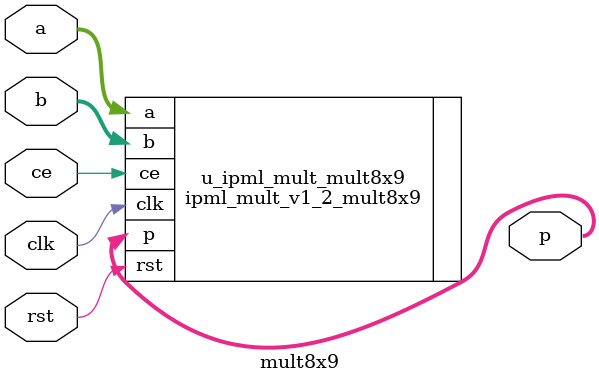
<source format=v>


module mult8x9
(
     ce  ,
     rst ,
     clk ,
     a   ,
     b   ,
     p
);



localparam ASIZE = 8 ; //@IPC int 2,72

localparam BSIZE = 9 ; //@IPC int 2,72

localparam A_SIGNED = 1 ; //@IPC enum 0,1

localparam B_SIGNED = 0 ; //@IPC enum 0,1

localparam ASYNC_RST = 1 ; //@IPC enum 0,1

localparam OPTIMAL_TIMING = 0 ; //@IPC enum 0,1

localparam INREG_EN = 0 ; //@IPC enum 0,1

localparam PIPEREG_EN_1 = 1 ; //@IPC enum 0,1

localparam PIPEREG_EN_2 = 1 ; //@IPC enum 0,1

localparam PIPEREG_EN_3 = 1 ; //@IPC enum 0,1

localparam OUTREG_EN = 0 ; //@IPC enum 0,1

//tmp variable for ipc purpose

localparam PIPE_STATUS = 3 ; //@IPC enum 0,1,2,3,4,5

localparam ASYNC_RST_BOOL = 1 ; //@IPC bool

localparam OPTIMAL_TIMING_BOOL = 0 ; //@IPC bool

//end of tmp variable
localparam  GRS_EN       = "FALSE"         ;

localparam  PSIZE = ASIZE + BSIZE          ;

input                 ce  ;
input                 rst ;
input                 clk ;
input  [ASIZE-1:0]    a   ;
input  [BSIZE-1:0]    b   ;
output [PSIZE-1:0]    p   ;

ipml_mult_v1_2_mult8x9
    #(
    .ASIZE           ( ASIZE            ),
    .BSIZE           ( BSIZE            ),
    .OPTIMAL_TIMING  ( OPTIMAL_TIMING   ),
    .INREG_EN        ( INREG_EN         ),
    .PIPEREG_EN_1    ( PIPEREG_EN_1     ),
    .PIPEREG_EN_2    ( PIPEREG_EN_2     ),
    .PIPEREG_EN_3    ( PIPEREG_EN_3     ),
    .OUTREG_EN       ( OUTREG_EN        ),
    .GRS_EN          ( GRS_EN           ),
    .A_SIGNED        ( A_SIGNED         ),
    .B_SIGNED        ( B_SIGNED         ),
    .ASYNC_RST       ( ASYNC_RST        )
    )u_ipml_mult_mult8x9
    (
    .ce              ( ce     ),
    .rst             ( rst    ),
    .clk             ( clk    ),
    .a               ( a      ),
    .b               ( b      ),
    .p               ( p      )
    );

endmodule


</source>
